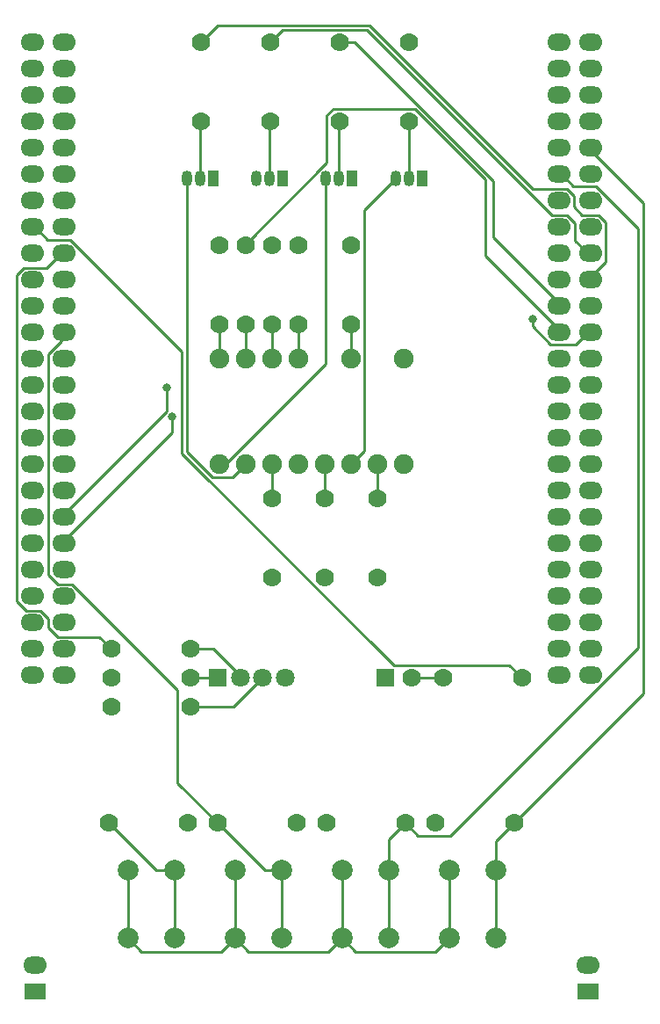
<source format=gbr>
%TF.GenerationSoftware,KiCad,Pcbnew,(5.1.10)-1*%
%TF.CreationDate,2021-07-08T21:42:34-07:00*%
%TF.ProjectId,299PCB,32393950-4342-42e6-9b69-6361645f7063,rev?*%
%TF.SameCoordinates,Original*%
%TF.FileFunction,Copper,L1,Top*%
%TF.FilePolarity,Positive*%
%FSLAX46Y46*%
G04 Gerber Fmt 4.6, Leading zero omitted, Abs format (unit mm)*
G04 Created by KiCad (PCBNEW (5.1.10)-1) date 2021-07-08 21:42:34*
%MOMM*%
%LPD*%
G01*
G04 APERTURE LIST*
%TA.AperFunction,ComponentPad*%
%ADD10C,2.000000*%
%TD*%
%TA.AperFunction,ComponentPad*%
%ADD11C,1.905000*%
%TD*%
%TA.AperFunction,ComponentPad*%
%ADD12R,1.050000X1.500000*%
%TD*%
%TA.AperFunction,ComponentPad*%
%ADD13O,1.050000X1.500000*%
%TD*%
%TA.AperFunction,ComponentPad*%
%ADD14C,1.778000*%
%TD*%
%TA.AperFunction,ComponentPad*%
%ADD15R,2.032000X1.524000*%
%TD*%
%TA.AperFunction,ComponentPad*%
%ADD16O,2.286000X1.651000*%
%TD*%
%TA.AperFunction,ComponentPad*%
%ADD17R,1.778000X1.778000*%
%TD*%
%TA.AperFunction,ComponentPad*%
%ADD18R,1.800000X1.800000*%
%TD*%
%TA.AperFunction,ComponentPad*%
%ADD19C,1.800000*%
%TD*%
%TA.AperFunction,ViaPad*%
%ADD20C,0.800000*%
%TD*%
%TA.AperFunction,Conductor*%
%ADD21C,0.250000*%
%TD*%
G04 APERTURE END LIST*
D10*
%TO.P,SW3,2*%
%TO.N,+5V*%
X163478666Y-122936000D03*
%TO.P,SW3,1*%
%TO.N,PB3*%
X167978666Y-122936000D03*
%TO.P,SW3,2*%
%TO.N,+5V*%
X163478666Y-129436000D03*
%TO.P,SW3,1*%
%TO.N,PB3*%
X167978666Y-129436000D03*
%TD*%
D11*
%TO.P,U1,2*%
%TO.N,Net-(Q2-Pad3)*%
X154178000Y-83820000D03*
%TO.P,U1,3*%
%TO.N,Net-(R20-Pad2)*%
X156718000Y-83820000D03*
%TO.P,U1,4*%
%TO.N,Net-(U1-Pad4)*%
X159258000Y-83820000D03*
%TO.P,U1,5*%
%TO.N,Net-(R19-Pad2)*%
X161798000Y-83820000D03*
%TO.P,U1,6*%
%TO.N,Net-(Q3-Pad3)*%
X164338000Y-83820000D03*
%TO.P,U1,7*%
%TO.N,Net-(R18-Pad2)*%
X166878000Y-83820000D03*
%TO.P,U1,8*%
%TO.N,Net-(Q4-Pad3)*%
X169418000Y-83820000D03*
%TO.P,U1,1*%
%TO.N,Net-(Q1-Pad3)*%
X151638000Y-83820000D03*
%TO.P,U1,9*%
%TO.N,Net-(U1-Pad9)*%
X169418000Y-73660000D03*
%TO.P,U1,11*%
%TO.N,Net-(R6-Pad1)*%
X164338000Y-73660000D03*
%TO.P,U1,13*%
%TO.N,Net-(R7-Pad1)*%
X159258000Y-73660000D03*
%TO.P,U1,14*%
%TO.N,Net-(R8-Pad1)*%
X156718000Y-73660000D03*
%TO.P,U1,15*%
%TO.N,Net-(R9-Pad1)*%
X154178000Y-73660000D03*
%TO.P,U1,16*%
%TO.N,Net-(R10-Pad1)*%
X151638000Y-73660000D03*
%TD*%
D12*
%TO.P,Q3,1*%
%TO.N,GND*%
X171196000Y-56280999D03*
D13*
%TO.P,Q3,3*%
%TO.N,Net-(Q3-Pad3)*%
X168656000Y-56280999D03*
%TO.P,Q3,2*%
%TO.N,Net-(Q3-Pad2)*%
X169926000Y-56280999D03*
%TD*%
D14*
%TO.P,R4,2*%
%TO.N,GND*%
X172466000Y-118364000D03*
%TO.P,R4,1*%
%TO.N,PB4*%
X180086000Y-118364000D03*
%TD*%
%TO.P,R1,1*%
%TO.N,PB1*%
X140970000Y-118364000D03*
%TO.P,R1,2*%
%TO.N,GND*%
X148590000Y-118364000D03*
%TD*%
%TO.P,R7,2*%
%TO.N,7SEGC*%
X159258000Y-62738000D03*
%TO.P,R7,1*%
%TO.N,Net-(R7-Pad1)*%
X159258000Y-70358000D03*
%TD*%
%TO.P,R13,2*%
%TO.N,ALRMB*%
X141224000Y-107188000D03*
%TO.P,R13,1*%
%TO.N,Net-(D2-Pad3)*%
X148844000Y-107188000D03*
%TD*%
%TO.P,R17,1*%
%TO.N,DIGIT4*%
X156548668Y-43180000D03*
%TO.P,R17,2*%
%TO.N,Net-(Q4-Pad2)*%
X156548668Y-50800000D03*
%TD*%
%TO.P,R20,2*%
%TO.N,Net-(R20-Pad2)*%
X156718000Y-87122000D03*
%TO.P,R20,1*%
%TO.N,7SEGD*%
X156718000Y-94742000D03*
%TD*%
D15*
%TO.P,STM1,JP31*%
%TO.N,Net-(STM1-PadJP31)*%
X133858000Y-134618800D03*
D16*
%TO.P,STM1,JP32*%
%TO.N,Net-(STM1-PadJP32)*%
X133858000Y-132078800D03*
%TO.P,STM1,JP22*%
%TO.N,Net-(STM1-PadJP22)*%
X187198000Y-132078800D03*
D15*
%TO.P,STM1,JP21*%
%TO.N,Net-(STM1-PadJP21)*%
X187198000Y-134618800D03*
D16*
%TO.P,STM1,1-1*%
%TO.N,Net-(STM1-Pad1-1)*%
X187452000Y-104140000D03*
%TO.P,STM1,1-3*%
%TO.N,Net-(STM1-Pad1-3)*%
X187452000Y-101600000D03*
%TO.P,STM1,1-5*%
%TO.N,Net-(STM1-Pad1-5)*%
X187452000Y-99060000D03*
%TO.P,STM1,1-7*%
%TO.N,Net-(STM1-Pad1-7)*%
X187452000Y-96520000D03*
%TO.P,STM1,1-9*%
%TO.N,Net-(STM1-Pad1-9)*%
X187452000Y-93980000D03*
%TO.P,STM1,1-11*%
%TO.N,Net-(STM1-Pad1-11)*%
X187452000Y-91440000D03*
%TO.P,STM1,1-13*%
%TO.N,Net-(STM1-Pad1-13)*%
X187452000Y-88900000D03*
%TO.P,STM1,1-15*%
%TO.N,Net-(STM1-Pad1-15)*%
X187452000Y-86360000D03*
%TO.P,STM1,1-17*%
%TO.N,Net-(STM1-Pad1-17)*%
X187452000Y-83820000D03*
%TO.P,STM1,1-19*%
%TO.N,Net-(STM1-Pad1-19)*%
X187452000Y-81280000D03*
%TO.P,STM1,1-21*%
%TO.N,Net-(STM1-Pad1-21)*%
X187452000Y-78740000D03*
%TO.P,STM1,1-23*%
%TO.N,Net-(STM1-Pad1-23)*%
X187452000Y-76200000D03*
%TO.P,STM1,1-25*%
%TO.N,7SEGD*%
X187452000Y-73660000D03*
%TO.P,STM1,1-27*%
%TO.N,7SEGF*%
X187452000Y-71120000D03*
%TO.P,STM1,1-29*%
%TO.N,7SEGDP*%
X187452000Y-68580000D03*
%TO.P,STM1,1-31*%
%TO.N,DIGIT2*%
X187452000Y-66040000D03*
%TO.P,STM1,1-33*%
%TO.N,DIGIT4*%
X187452000Y-63500000D03*
%TO.P,STM1,1-35*%
%TO.N,Net-(STM1-Pad1-35)*%
X187452000Y-60960000D03*
%TO.P,STM1,1-37*%
%TO.N,Net-(STM1-Pad1-37)*%
X187452000Y-58420000D03*
%TO.P,STM1,1-39*%
%TO.N,Net-(STM1-Pad1-39)*%
X187452000Y-55880000D03*
%TO.P,STM1,1-41*%
%TO.N,PB4*%
X187452000Y-53340000D03*
%TO.P,STM1,1-43*%
%TO.N,Net-(STM1-Pad1-43)*%
X187452000Y-50800000D03*
%TO.P,STM1,1-45*%
%TO.N,Net-(STM1-Pad1-45)*%
X187452000Y-48260000D03*
%TO.P,STM1,1-47*%
%TO.N,Net-(STM1-Pad1-47)*%
X187452000Y-45720000D03*
%TO.P,STM1,1-49*%
%TO.N,Net-(STM1-Pad1-49)*%
X187452000Y-43180000D03*
%TO.P,STM1,1-2*%
%TO.N,Net-(STM1-Pad1-2)*%
X184404000Y-104140000D03*
%TO.P,STM1,1-4*%
%TO.N,Net-(STM1-Pad1-4)*%
X184404000Y-101600000D03*
%TO.P,STM1,1-6*%
%TO.N,Net-(STM1-Pad1-6)*%
X184404000Y-99060000D03*
%TO.P,STM1,1-8*%
%TO.N,Net-(STM1-Pad1-8)*%
X184404000Y-96520000D03*
%TO.P,STM1,1-10*%
%TO.N,Net-(STM1-Pad1-10)*%
X184404000Y-93980000D03*
%TO.P,STM1,1-12*%
%TO.N,Net-(STM1-Pad1-12)*%
X184404000Y-91440000D03*
%TO.P,STM1,1-14*%
%TO.N,Net-(STM1-Pad1-14)*%
X184404000Y-88900000D03*
%TO.P,STM1,1-16*%
%TO.N,Net-(STM1-Pad1-16)*%
X184404000Y-86360000D03*
%TO.P,STM1,1-18*%
%TO.N,Net-(STM1-Pad1-18)*%
X184404000Y-83820000D03*
%TO.P,STM1,1-20*%
%TO.N,Net-(STM1-Pad1-20)*%
X184404000Y-81280000D03*
%TO.P,STM1,1-22*%
%TO.N,Net-(STM1-Pad1-22)*%
X184404000Y-78740000D03*
%TO.P,STM1,1-24*%
%TO.N,Net-(STM1-Pad1-24)*%
X184404000Y-76200000D03*
%TO.P,STM1,1-26*%
%TO.N,7SEGE*%
X184404000Y-73660000D03*
%TO.P,STM1,1-28*%
%TO.N,7SEGG*%
X184404000Y-71120000D03*
%TO.P,STM1,1-30*%
%TO.N,DIGIT1*%
X184404000Y-68580000D03*
%TO.P,STM1,1-32*%
%TO.N,DIGIT3*%
X184404000Y-66040000D03*
%TO.P,STM1,1-34*%
%TO.N,Net-(STM1-Pad1-34)*%
X184404000Y-63500000D03*
%TO.P,STM1,1-36*%
%TO.N,Net-(STM1-Pad1-36)*%
X184404000Y-60960000D03*
%TO.P,STM1,1-38*%
%TO.N,Net-(STM1-Pad1-38)*%
X184404000Y-58420000D03*
%TO.P,STM1,1-40*%
%TO.N,PB3*%
X184404000Y-55880000D03*
%TO.P,STM1,1-42*%
%TO.N,Net-(STM1-Pad1-42)*%
X184404000Y-53340000D03*
%TO.P,STM1,1-44*%
%TO.N,Net-(STM1-Pad1-44)*%
X184404000Y-50800000D03*
%TO.P,STM1,1-46*%
%TO.N,Net-(STM1-Pad1-46)*%
X184404000Y-48260000D03*
%TO.P,STM1,1-48*%
%TO.N,Net-(STM1-Pad1-48)*%
X184404000Y-45720000D03*
%TO.P,STM1,1-50*%
%TO.N,Net-(STM1-Pad1-50)*%
X184404000Y-43180000D03*
%TO.P,STM1,2-1*%
%TO.N,Net-(STM1-Pad2-1)*%
X136652000Y-104140000D03*
%TO.P,STM1,2-3*%
%TO.N,Net-(STM1-Pad2-3)*%
X136652000Y-101600000D03*
%TO.P,STM1,2-5*%
%TO.N,Net-(STM1-Pad2-5)*%
X136652000Y-99060000D03*
%TO.P,STM1,2-7*%
%TO.N,Net-(STM1-Pad2-7)*%
X136652000Y-96520000D03*
%TO.P,STM1,2-9*%
%TO.N,Net-(STM1-Pad2-9)*%
X136652000Y-93980000D03*
%TO.P,STM1,2-11*%
%TO.N,7SEGC*%
X136652000Y-91440000D03*
%TO.P,STM1,2-13*%
%TO.N,7SEGA*%
X136652000Y-88900000D03*
%TO.P,STM1,2-15*%
%TO.N,Net-(STM1-Pad2-15)*%
X136652000Y-86360000D03*
%TO.P,STM1,2-17*%
%TO.N,Net-(STM1-Pad2-17)*%
X136652000Y-83820000D03*
%TO.P,STM1,2-19*%
%TO.N,Net-(STM1-Pad2-19)*%
X136652000Y-81280000D03*
%TO.P,STM1,2-21*%
%TO.N,Net-(STM1-Pad2-21)*%
X136652000Y-78740000D03*
%TO.P,STM1,2-23*%
%TO.N,Net-(STM1-Pad2-23)*%
X136652000Y-76200000D03*
%TO.P,STM1,2-25*%
%TO.N,Net-(STM1-Pad2-25)*%
X136652000Y-73660000D03*
%TO.P,STM1,2-27*%
%TO.N,PB2*%
X136652000Y-71120000D03*
%TO.P,STM1,2-29*%
%TO.N,Net-(STM1-Pad2-29)*%
X136652000Y-68580000D03*
%TO.P,STM1,2-31*%
%TO.N,ALRMG*%
X136652000Y-66040000D03*
%TO.P,STM1,2-33*%
%TO.N,ALRMR*%
X136652000Y-63500000D03*
%TO.P,STM1,2-35*%
%TO.N,Net-(STM1-Pad2-35)*%
X136652000Y-60960000D03*
%TO.P,STM1,2-37*%
%TO.N,Net-(STM1-Pad2-37)*%
X136652000Y-58420000D03*
%TO.P,STM1,2-39*%
%TO.N,Net-(STM1-Pad2-39)*%
X136652000Y-55880000D03*
%TO.P,STM1,2-41*%
%TO.N,Net-(STM1-Pad2-41)*%
X136652000Y-53340000D03*
%TO.P,STM1,2-43*%
%TO.N,Net-(STM1-Pad2-43)*%
X136652000Y-50800000D03*
%TO.P,STM1,2-45*%
%TO.N,Net-(STM1-Pad2-45)*%
X136652000Y-48260000D03*
%TO.P,STM1,2-47*%
%TO.N,Net-(STM1-Pad2-47)*%
X136652000Y-45720000D03*
%TO.P,STM1,2-49*%
%TO.N,Net-(STM1-Pad2-49)*%
X136652000Y-43180000D03*
%TO.P,STM1,2-2*%
%TO.N,Net-(STM1-Pad2-2)*%
X133604000Y-104140000D03*
%TO.P,STM1,2-4*%
%TO.N,Net-(STM1-Pad2-4)*%
X133604000Y-101600000D03*
%TO.P,STM1,2-6*%
%TO.N,Net-(STM1-Pad2-6)*%
X133604000Y-99060000D03*
%TO.P,STM1,2-8*%
%TO.N,Net-(STM1-Pad2-8)*%
X133604000Y-96520000D03*
%TO.P,STM1,2-10*%
%TO.N,Net-(STM1-Pad2-10)*%
X133604000Y-93980000D03*
%TO.P,STM1,2-12*%
%TO.N,Net-(STM1-Pad2-12)*%
X133604000Y-91440000D03*
%TO.P,STM1,2-14*%
%TO.N,7SEGB*%
X133604000Y-88900000D03*
%TO.P,STM1,2-16*%
%TO.N,Net-(STM1-Pad2-16)*%
X133604000Y-86360000D03*
%TO.P,STM1,2-18*%
%TO.N,Net-(STM1-Pad2-18)*%
X133604000Y-83820000D03*
%TO.P,STM1,2-20*%
%TO.N,Net-(STM1-Pad2-20)*%
X133604000Y-81280000D03*
%TO.P,STM1,2-22*%
%TO.N,Net-(STM1-Pad2-22)*%
X133604000Y-78740000D03*
%TO.P,STM1,2-24*%
%TO.N,Net-(STM1-Pad2-24)*%
X133604000Y-76200000D03*
%TO.P,STM1,2-26*%
%TO.N,Net-(STM1-Pad2-26)*%
X133604000Y-73660000D03*
%TO.P,STM1,2-28*%
%TO.N,Net-(STM1-Pad2-28)*%
X133604000Y-71120000D03*
%TO.P,STM1,2-30*%
%TO.N,PB1*%
X133604000Y-68580000D03*
%TO.P,STM1,2-32*%
%TO.N,Net-(STM1-Pad2-32)*%
X133604000Y-66040000D03*
%TO.P,STM1,2-34*%
%TO.N,ALRMB*%
X133604000Y-63500000D03*
%TO.P,STM1,2-36*%
%TO.N,AMPM*%
X133604000Y-60960000D03*
%TO.P,STM1,2-38*%
%TO.N,Net-(STM1-Pad2-38)*%
X133604000Y-58420000D03*
%TO.P,STM1,2-40*%
%TO.N,Net-(STM1-Pad2-40)*%
X133604000Y-55880000D03*
%TO.P,STM1,2-42*%
%TO.N,Net-(STM1-Pad2-42)*%
X133604000Y-53340000D03*
%TO.P,STM1,2-44*%
%TO.N,Net-(STM1-Pad2-44)*%
X133604000Y-50800000D03*
%TO.P,STM1,2-46*%
%TO.N,Net-(STM1-Pad2-46)*%
X133604000Y-48260000D03*
%TO.P,STM1,2-48*%
%TO.N,Net-(STM1-Pad2-48)*%
X133604000Y-45720000D03*
%TO.P,STM1,2-50*%
%TO.N,Net-(STM1-Pad2-50)*%
X133604000Y-43180000D03*
%TD*%
D14*
%TO.P,R9,2*%
%TO.N,7SEGG*%
X154178000Y-62738000D03*
%TO.P,R9,1*%
%TO.N,Net-(R9-Pad1)*%
X154178000Y-70358000D03*
%TD*%
D17*
%TO.P,D1,1*%
%TO.N,GND*%
X167640000Y-104394000D03*
D14*
%TO.P,D1,2*%
%TO.N,Net-(D1-Pad2)*%
X170180000Y-104394000D03*
%TD*%
D18*
%TO.P,D2,1*%
%TO.N,Net-(D2-Pad1)*%
X151511000Y-104394000D03*
D19*
%TO.P,D2,2*%
%TO.N,Net-(D2-Pad2)*%
X153670000Y-104394000D03*
%TO.P,D2,3*%
%TO.N,Net-(D2-Pad3)*%
X155829000Y-104394000D03*
%TO.P,D2,4*%
%TO.N,GND*%
X157988000Y-104394000D03*
%TD*%
D13*
%TO.P,Q1,2*%
%TO.N,Net-(Q1-Pad2)*%
X163209000Y-56280999D03*
%TO.P,Q1,3*%
%TO.N,Net-(Q1-Pad3)*%
X161939000Y-56280999D03*
D12*
%TO.P,Q1,1*%
%TO.N,GND*%
X164479000Y-56280999D03*
%TD*%
%TO.P,Q2,1*%
%TO.N,GND*%
X151044999Y-56280999D03*
D13*
%TO.P,Q2,3*%
%TO.N,Net-(Q2-Pad3)*%
X148504999Y-56280999D03*
%TO.P,Q2,2*%
%TO.N,Net-(Q2-Pad2)*%
X149774999Y-56280999D03*
%TD*%
%TO.P,Q4,2*%
%TO.N,Net-(Q4-Pad2)*%
X156492000Y-56280999D03*
%TO.P,Q4,3*%
%TO.N,Net-(Q4-Pad3)*%
X155222000Y-56280999D03*
D12*
%TO.P,Q4,1*%
%TO.N,GND*%
X157762000Y-56280999D03*
%TD*%
D14*
%TO.P,R2,2*%
%TO.N,GND*%
X159088666Y-118364000D03*
%TO.P,R2,1*%
%TO.N,PB2*%
X151468666Y-118364000D03*
%TD*%
%TO.P,R3,1*%
%TO.N,PB3*%
X169587332Y-118364000D03*
%TO.P,R3,2*%
%TO.N,GND*%
X161967332Y-118364000D03*
%TD*%
%TO.P,R5,1*%
%TO.N,DIGIT1*%
X163237334Y-43180000D03*
%TO.P,R5,2*%
%TO.N,Net-(Q1-Pad2)*%
X163237334Y-50800000D03*
%TD*%
%TO.P,R6,1*%
%TO.N,Net-(R6-Pad1)*%
X164338000Y-70358000D03*
%TO.P,R6,2*%
%TO.N,7SEGF*%
X164338000Y-62738000D03*
%TD*%
%TO.P,R8,1*%
%TO.N,Net-(R8-Pad1)*%
X156718000Y-70358000D03*
%TO.P,R8,2*%
%TO.N,7SEGA*%
X156718000Y-62738000D03*
%TD*%
%TO.P,R10,1*%
%TO.N,Net-(R10-Pad1)*%
X151638000Y-70358000D03*
%TO.P,R10,2*%
%TO.N,7SEGB*%
X151638000Y-62738000D03*
%TD*%
%TO.P,R11,2*%
%TO.N,Net-(Q2-Pad2)*%
X149860000Y-50800000D03*
%TO.P,R11,1*%
%TO.N,DIGIT2*%
X149860000Y-43180000D03*
%TD*%
%TO.P,R12,1*%
%TO.N,Net-(D2-Pad1)*%
X148844000Y-104394000D03*
%TO.P,R12,2*%
%TO.N,ALRMG*%
X141224000Y-104394000D03*
%TD*%
%TO.P,R14,2*%
%TO.N,ALRMR*%
X141224000Y-101600000D03*
%TO.P,R14,1*%
%TO.N,Net-(D2-Pad2)*%
X148844000Y-101600000D03*
%TD*%
%TO.P,R15,2*%
%TO.N,Net-(Q3-Pad2)*%
X169926000Y-50800000D03*
%TO.P,R15,1*%
%TO.N,DIGIT3*%
X169926000Y-43180000D03*
%TD*%
%TO.P,R16,1*%
%TO.N,Net-(D1-Pad2)*%
X173228000Y-104394000D03*
%TO.P,R16,2*%
%TO.N,AMPM*%
X180848000Y-104394000D03*
%TD*%
%TO.P,R18,2*%
%TO.N,Net-(R18-Pad2)*%
X166878000Y-87122000D03*
%TO.P,R18,1*%
%TO.N,7SEGDP*%
X166878000Y-94742000D03*
%TD*%
%TO.P,R19,1*%
%TO.N,7SEGE*%
X161798000Y-94742000D03*
%TO.P,R19,2*%
%TO.N,Net-(R19-Pad2)*%
X161798000Y-87122000D03*
%TD*%
D10*
%TO.P,SW1,2*%
%TO.N,+5V*%
X142820000Y-122936000D03*
%TO.P,SW1,1*%
%TO.N,PB1*%
X147320000Y-122936000D03*
%TO.P,SW1,2*%
%TO.N,+5V*%
X142820000Y-129436000D03*
%TO.P,SW1,1*%
%TO.N,PB1*%
X147320000Y-129436000D03*
%TD*%
%TO.P,SW2,1*%
%TO.N,PB2*%
X157649333Y-129436000D03*
%TO.P,SW2,2*%
%TO.N,+5V*%
X153149333Y-129436000D03*
%TO.P,SW2,1*%
%TO.N,PB2*%
X157649333Y-122936000D03*
%TO.P,SW2,2*%
%TO.N,+5V*%
X153149333Y-122936000D03*
%TD*%
%TO.P,SW4,1*%
%TO.N,PB4*%
X178308000Y-129436000D03*
%TO.P,SW4,2*%
%TO.N,+5V*%
X173808000Y-129436000D03*
%TO.P,SW4,1*%
%TO.N,PB4*%
X178308000Y-122936000D03*
%TO.P,SW4,2*%
%TO.N,+5V*%
X173808000Y-122936000D03*
%TD*%
D20*
%TO.N,7SEGF*%
X181864000Y-69850000D03*
%TO.N,7SEGC*%
X147070653Y-79252653D03*
%TO.N,7SEGA*%
X146558000Y-76454000D03*
%TD*%
D21*
%TO.N,Net-(D1-Pad2)*%
X170180000Y-104394000D02*
X173228000Y-104394000D01*
%TO.N,Net-(D2-Pad1)*%
X148844000Y-104394000D02*
X151511000Y-104394000D01*
%TO.N,Net-(D2-Pad2)*%
X153670000Y-104167998D02*
X153670000Y-104394000D01*
X151102002Y-101600000D02*
X153670000Y-104167998D01*
X148844000Y-101600000D02*
X151102002Y-101600000D01*
%TO.N,Net-(D2-Pad3)*%
X153035000Y-107188000D02*
X155829000Y-104394000D01*
X148844000Y-107188000D02*
X153035000Y-107188000D01*
%TO.N,Net-(Q1-Pad2)*%
X163209000Y-50828334D02*
X163237334Y-50800000D01*
X163209000Y-56280999D02*
X163209000Y-50828334D01*
%TO.N,Net-(Q1-Pad3)*%
X152287298Y-83820000D02*
X151638000Y-83820000D01*
X161939000Y-74168298D02*
X152287298Y-83820000D01*
X161939000Y-56280999D02*
X161939000Y-74168298D01*
%TO.N,Net-(Q2-Pad3)*%
X152900499Y-85097501D02*
X154178000Y-83820000D01*
X151024799Y-85097501D02*
X152900499Y-85097501D01*
X148504999Y-82577701D02*
X151024799Y-85097501D01*
X148504999Y-56280999D02*
X148504999Y-82577701D01*
%TO.N,Net-(Q2-Pad2)*%
X149774999Y-50885001D02*
X149860000Y-50800000D01*
X149774999Y-56280999D02*
X149774999Y-50885001D01*
%TO.N,Net-(Q3-Pad3)*%
X165615501Y-59321498D02*
X168656000Y-56280999D01*
X165615501Y-82542499D02*
X165615501Y-59321498D01*
X164338000Y-83820000D02*
X165615501Y-82542499D01*
%TO.N,Net-(Q3-Pad2)*%
X169926000Y-56280999D02*
X169926000Y-50800000D01*
%TO.N,Net-(Q4-Pad2)*%
X156492000Y-50856668D02*
X156548668Y-50800000D01*
X156492000Y-56280999D02*
X156492000Y-50856668D01*
%TO.N,PB1*%
X145542000Y-122936000D02*
X140970000Y-118364000D01*
X147320000Y-122936000D02*
X145542000Y-122936000D01*
X147320000Y-129436000D02*
X147320000Y-122936000D01*
%TO.N,PB2*%
X156040666Y-122936000D02*
X151468666Y-118364000D01*
X157649333Y-122936000D02*
X156040666Y-122936000D01*
X157649333Y-129436000D02*
X157649333Y-122936000D01*
X147629999Y-105553433D02*
X147629999Y-114525333D01*
X137446056Y-95369490D02*
X147629999Y-105553433D01*
X136096924Y-95369490D02*
X137446056Y-95369490D01*
X147629999Y-114525333D02*
X151468666Y-118364000D01*
X135183990Y-94456556D02*
X136096924Y-95369490D01*
X135183990Y-73183444D02*
X135183990Y-94456556D01*
X136398000Y-71969434D02*
X135183990Y-73183444D01*
X136398000Y-71120000D02*
X136398000Y-71969434D01*
%TO.N,PB3*%
X167978666Y-119972666D02*
X169587332Y-118364000D01*
X167978666Y-122936000D02*
X167978666Y-119972666D01*
X167978666Y-129436000D02*
X167978666Y-122936000D01*
X173958565Y-119578001D02*
X192081990Y-101454576D01*
X170801333Y-119578001D02*
X173958565Y-119578001D01*
X169587332Y-118364000D02*
X170801333Y-119578001D01*
X185808510Y-57030510D02*
X184658000Y-55880000D01*
X188007076Y-57030510D02*
X185808510Y-57030510D01*
X192081990Y-61105424D02*
X188007076Y-57030510D01*
X192081990Y-101454576D02*
X192081990Y-61105424D01*
%TO.N,PB4*%
X178308000Y-120142000D02*
X180086000Y-118364000D01*
X178308000Y-122936000D02*
X178308000Y-120142000D01*
X178308000Y-122936000D02*
X178308000Y-129436000D01*
X180086000Y-118364000D02*
X192532000Y-105918000D01*
X192532000Y-58674000D02*
X187198000Y-53340000D01*
X192532000Y-105918000D02*
X192532000Y-58674000D01*
%TO.N,DIGIT1*%
X164739132Y-43180000D02*
X178054000Y-56494868D01*
X163237334Y-43180000D02*
X164739132Y-43180000D01*
X178054000Y-61976000D02*
X184658000Y-68580000D01*
X178054000Y-56494868D02*
X178054000Y-61976000D01*
%TO.N,Net-(R6-Pad1)*%
X164338000Y-70358000D02*
X164338000Y-73660000D01*
%TO.N,7SEGF*%
X186047490Y-72270510D02*
X187198000Y-71120000D01*
X183609944Y-72270510D02*
X186047490Y-72270510D01*
X181864000Y-70524566D02*
X183609944Y-72270510D01*
X181864000Y-69850000D02*
X181864000Y-70524566D01*
%TO.N,7SEGC*%
X147070653Y-80767347D02*
X147070653Y-79252653D01*
X136398000Y-91440000D02*
X147070653Y-80767347D01*
%TO.N,Net-(R7-Pad1)*%
X159258000Y-73660000D02*
X159258000Y-70358000D01*
%TO.N,Net-(R8-Pad1)*%
X156718000Y-70358000D02*
X156718000Y-73660000D01*
%TO.N,7SEGA*%
X146558000Y-78740000D02*
X146558000Y-76454000D01*
X136398000Y-88900000D02*
X146558000Y-78740000D01*
%TO.N,7SEGG*%
X170508721Y-49585999D02*
X177292000Y-56369278D01*
X162654613Y-49585999D02*
X170508721Y-49585999D01*
X162023333Y-50217279D02*
X162654613Y-49585999D01*
X162023333Y-54769571D02*
X162023333Y-50217279D01*
X154178000Y-62614904D02*
X162023333Y-54769571D01*
X154178000Y-62738000D02*
X154178000Y-62614904D01*
X177292000Y-63754000D02*
X184658000Y-71120000D01*
X177292000Y-56369278D02*
X177292000Y-63754000D01*
%TO.N,Net-(R9-Pad1)*%
X154178000Y-73660000D02*
X154178000Y-70358000D01*
%TO.N,Net-(R10-Pad1)*%
X151638000Y-70358000D02*
X151638000Y-73660000D01*
%TO.N,DIGIT2*%
X188920010Y-64317990D02*
X187198000Y-66040000D01*
X188920010Y-60483444D02*
X188920010Y-64317990D01*
X188246056Y-59809490D02*
X188920010Y-60483444D01*
X186657944Y-59809490D02*
X188246056Y-59809490D01*
X185872010Y-59023556D02*
X186657944Y-59809490D01*
X181857900Y-57269490D02*
X185198056Y-57269490D01*
X185872010Y-57943444D02*
X185872010Y-59023556D01*
X185198056Y-57269490D02*
X185872010Y-57943444D01*
X166104400Y-41515990D02*
X181857900Y-57269490D01*
X151524010Y-41515990D02*
X166104400Y-41515990D01*
X149860000Y-43180000D02*
X151524010Y-41515990D01*
%TO.N,ALRMR*%
X140073490Y-100449490D02*
X141224000Y-101600000D01*
X135183990Y-98695424D02*
X135183990Y-99536556D01*
X135183990Y-99536556D02*
X136096924Y-100449490D01*
X134398056Y-97909490D02*
X135183990Y-98695424D01*
X133048924Y-97909490D02*
X134398056Y-97909490D01*
X136096924Y-100449490D02*
X140073490Y-100449490D01*
X132135990Y-65563444D02*
X132135990Y-96996556D01*
X132135990Y-96996556D02*
X133048924Y-97909490D01*
X132809944Y-64889490D02*
X132135990Y-65563444D01*
X135008510Y-64889490D02*
X132809944Y-64889490D01*
X136398000Y-63500000D02*
X135008510Y-64889490D01*
%TO.N,AMPM*%
X179633999Y-103179999D02*
X180848000Y-104394000D01*
X148054990Y-82764102D02*
X168470887Y-103179999D01*
X148054989Y-72958423D02*
X148054990Y-82764102D01*
X135072010Y-62174010D02*
X137270576Y-62174010D01*
X168470887Y-103179999D02*
X179633999Y-103179999D01*
X137270576Y-62174010D02*
X148054989Y-72958423D01*
X133858000Y-60960000D02*
X135072010Y-62174010D01*
%TO.N,DIGIT4*%
X185983990Y-62285990D02*
X187198000Y-63500000D01*
X185198056Y-59809490D02*
X185983990Y-60595424D01*
X183761490Y-59809490D02*
X185198056Y-59809490D01*
X165917999Y-41965999D02*
X183761490Y-59809490D01*
X185983990Y-60595424D02*
X185983990Y-62285990D01*
X157762669Y-41965999D02*
X165917999Y-41965999D01*
X156548668Y-43180000D02*
X157762669Y-41965999D01*
%TO.N,Net-(R18-Pad2)*%
X166878000Y-87122000D02*
X166878000Y-83820000D01*
%TO.N,Net-(R19-Pad2)*%
X161798000Y-87122000D02*
X161798000Y-83820000D01*
%TO.N,Net-(R20-Pad2)*%
X156718000Y-83820000D02*
X156718000Y-87122000D01*
%TO.N,+5V*%
X172482999Y-130761001D02*
X173808000Y-129436000D01*
X164803667Y-130761001D02*
X172482999Y-130761001D01*
X163478666Y-129436000D02*
X164803667Y-130761001D01*
X151824332Y-130761001D02*
X153149333Y-129436000D01*
X144145001Y-130761001D02*
X151824332Y-130761001D01*
X142820000Y-129436000D02*
X144145001Y-130761001D01*
X153149333Y-129436000D02*
X153149333Y-122936000D01*
X142820000Y-129436000D02*
X142820000Y-122936000D01*
X163478666Y-129436000D02*
X163478666Y-122936000D01*
X173808000Y-129436000D02*
X173808000Y-122936000D01*
X162153665Y-130761001D02*
X163478666Y-129436000D01*
X154474334Y-130761001D02*
X162153665Y-130761001D01*
X153149333Y-129436000D02*
X154474334Y-130761001D01*
%TD*%
M02*

</source>
